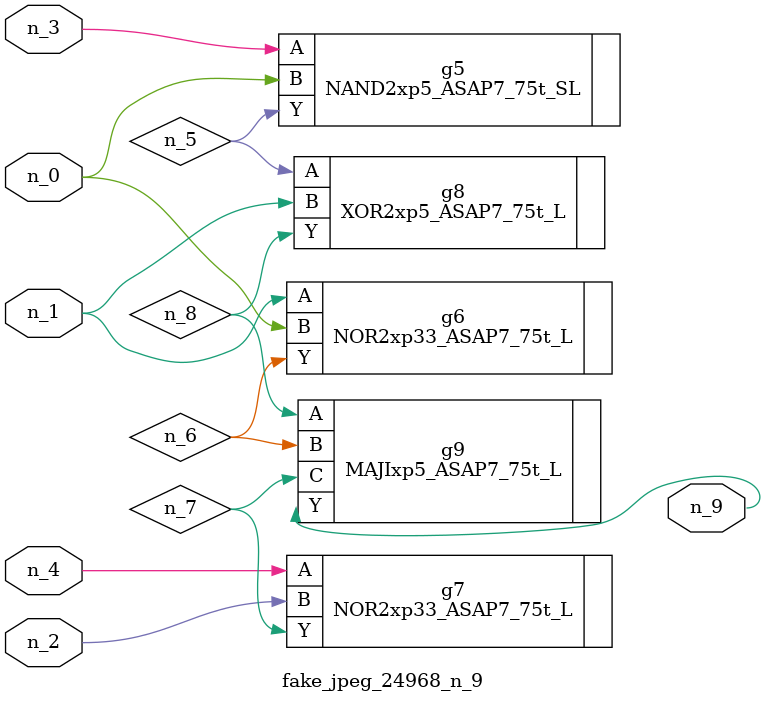
<source format=v>
module fake_jpeg_24968_n_9 (n_3, n_2, n_1, n_0, n_4, n_9);

input n_3;
input n_2;
input n_1;
input n_0;
input n_4;

output n_9;

wire n_8;
wire n_6;
wire n_5;
wire n_7;

NAND2xp5_ASAP7_75t_SL g5 ( 
.A(n_3),
.B(n_0),
.Y(n_5)
);

NOR2xp33_ASAP7_75t_L g6 ( 
.A(n_1),
.B(n_0),
.Y(n_6)
);

NOR2xp33_ASAP7_75t_L g7 ( 
.A(n_4),
.B(n_2),
.Y(n_7)
);

XOR2xp5_ASAP7_75t_L g8 ( 
.A(n_5),
.B(n_1),
.Y(n_8)
);

MAJIxp5_ASAP7_75t_L g9 ( 
.A(n_8),
.B(n_6),
.C(n_7),
.Y(n_9)
);


endmodule
</source>
